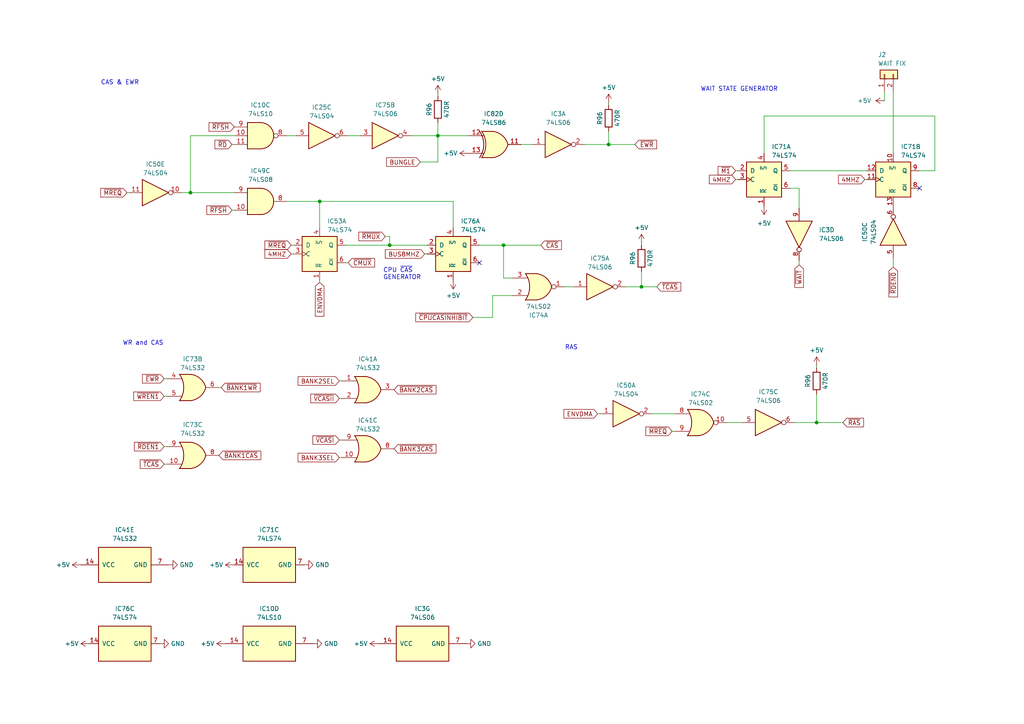
<source format=kicad_sch>
(kicad_sch (version 20230121) (generator eeschema)
  (paper "A4")
  (lib_symbols
    (symbol "74xx:74LS02" (pin_names (offset 1.016))
      (property "Reference" "U" (at 0 1.27 0))
      (property "Value" "74LS02" (at 0 -1.27 0))
      (symbol "74LS02_1_1"
        (pin output inverted (at 7.62 0 180) (length 3.81) (name "~") (number "1"))
        (pin input line (at -7.62 2.54 0) (length 4.318) (name "~") (number "2"))
        (pin input line (at -7.62 -2.54 0) (length 4.318) (name "~") (number "3"))
      )
      (symbol "74LS02_1_2"
        (pin output line (at 7.62 0 180) (length 3.81) (name "~") (number "1"))
        (pin input inverted (at -7.62 2.54 0) (length 3.81) (name "~") (number "2"))
        (pin input inverted (at -7.62 -2.54 0) (length 3.81) (name "~") (number "3"))
      )
      (symbol "74LS02_2_1"
        (pin output inverted (at 7.62 0 180) (length 3.81) (name "~") (number "4"))
        (pin input line (at -7.62 2.54 0) (length 4.318) (name "~") (number "5"))
        (pin input line (at -7.62 -2.54 0) (length 4.318) (name "~") (number "6"))
      )
      (symbol "74LS02_2_2"
        (pin output line (at 7.62 0 180) (length 3.81) (name "~") (number "4"))
        (pin input inverted (at -7.62 2.54 0) (length 3.81) (name "~") (number "5"))
        (pin input inverted (at -7.62 -2.54 0) (length 3.81) (name "~") (number "6"))
      )
      (symbol "74LS02_3_1"
        (pin output inverted (at 7.62 0 180) (length 3.81) (name "~") (number "10"))
        (pin input line (at -7.62 2.54 0) (length 4.318) (name "~") (number "8"))
        (pin input line (at -7.62 -2.54 0) (length 4.318) (name "~") (number "9"))
      )
      (symbol "74LS02_3_2"
        (pin output line (at 7.62 0 180) (length 3.81) (name "~") (number "10"))
        (pin input inverted (at -7.62 2.54 0) (length 3.81) (name "~") (number "8"))
        (pin input inverted (at -7.62 -2.54 0) (length 3.81) (name "~") (number "9"))
      )
      (symbol "74LS02_4_1"
        (pin input line (at -7.62 2.54 0) (length 4.318) (name "~") (number "11"))
        (pin input line (at -7.62 -2.54 0) (length 4.318) (name "~") (number "12"))
        (pin output inverted (at 7.62 0 180) (length 3.81) (name "~") (number "13"))
      )
      (symbol "74LS02_4_2"
        (pin input inverted (at -7.62 2.54 0) (length 3.81) (name "~") (number "11"))
        (pin input inverted (at -7.62 -2.54 0) (length 3.81) (name "~") (number "12"))
        (pin output line (at 7.62 0 180) (length 3.81) (name "~") (number "13"))
      )
      (symbol "74LS02_5_0"
        (pin power_in line (at 0 12.7 270) (length 5.08) (name "VCC") (number "14"))
        (pin power_in line (at 0 -12.7 90) (length 5.08) (name "GND") (number "7"))
      )
    )
    (symbol "74xx:74LS04"
      (property "Reference" "U" (at 0 1.27 0))
      (property "Value" "74LS04" (at 0 -1.27 0))
      (symbol "74LS04_1_0"
        (pin input line (at -7.62 0 0) (length 3.81) (name "~") (number "1"))
        (pin output inverted (at 7.62 0 180) (length 3.81) (name "~") (number "2"))
      )
      (symbol "74LS04_2_0"
        (pin input line (at -7.62 0 0) (length 3.81) (name "~") (number "3"))
        (pin output inverted (at 7.62 0 180) (length 3.81) (name "~") (number "4"))
      )
      (symbol "74LS04_3_0"
        (pin input line (at -7.62 0 0) (length 3.81) (name "~") (number "5"))
        (pin output inverted (at 7.62 0 180) (length 3.81) (name "~") (number "6"))
      )
      (symbol "74LS04_4_0"
        (pin output inverted (at 7.62 0 180) (length 3.81) (name "~") (number "8"))
        (pin input line (at -7.62 0 0) (length 3.81) (name "~") (number "9"))
      )
      (symbol "74LS04_5_0"
        (pin output inverted (at 7.62 0 180) (length 3.81) (name "~") (number "10"))
        (pin input line (at -7.62 0 0) (length 3.81) (name "~") (number "11"))
      )
      (symbol "74LS04_6_0"
        (pin output inverted (at 7.62 0 180) (length 3.81) (name "~") (number "12"))
        (pin input line (at -7.62 0 0) (length 3.81) (name "~") (number "13"))
      )
      (symbol "74LS04_7_0"
        (pin power_in line (at 0 12.7 270) (length 5.08) (name "VCC") (number "14"))
        (pin power_in line (at 0 -12.7 90) (length 5.08) (name "GND") (number "7"))
      )
    )
    (symbol "74xx:74LS06" (pin_names (offset 1.016))
      (property "Reference" "U" (at 0 1.27 0))
      (property "Value" "74LS06" (at 0 -1.27 0))
      (symbol "74LS06_1_0"
        (pin input line (at -7.62 0 0) (length 3.81) (name "~") (number "1"))
        (pin open_collector inverted (at 7.62 0 180) (length 3.81) (name "~") (number "2"))
      )
      (symbol "74LS06_2_0"
        (pin input line (at -7.62 0 0) (length 3.81) (name "~") (number "3"))
        (pin open_collector inverted (at 7.62 0 180) (length 3.81) (name "~") (number "4"))
      )
      (symbol "74LS06_3_0"
        (pin input line (at -7.62 0 0) (length 3.81) (name "~") (number "5"))
        (pin open_collector inverted (at 7.62 0 180) (length 3.81) (name "~") (number "6"))
      )
      (symbol "74LS06_4_0"
        (pin open_collector inverted (at 7.62 0 180) (length 3.81) (name "~") (number "8"))
        (pin input line (at -7.62 0 0) (length 3.81) (name "~") (number "9"))
      )
      (symbol "74LS06_5_0"
        (pin open_collector inverted (at 7.62 0 180) (length 3.81) (name "~") (number "10"))
        (pin input line (at -7.62 0 0) (length 3.81) (name "~") (number "11"))
      )
      (symbol "74LS06_6_0"
        (pin open_collector inverted (at 7.62 0 180) (length 3.81) (name "~") (number "12"))
        (pin input line (at -7.62 0 0) (length 3.81) (name "~") (number "13"))
      )
      (symbol "74LS06_7_0"
        (pin power_in line (at 0 12.7 270) (length 5.08) (name "VCC") (number "14"))
        (pin power_in line (at 0 -12.7 90) (length 5.08) (name "GND") (number "7"))
      )
    )
    (symbol "74xx:74LS08" (pin_names (offset 1.016))
      (property "Reference" "U" (at 0 1.27 0))
      (property "Value" "74LS08" (at 0 -1.27 0))
      (symbol "74LS08_1_1"
        (pin input line (at -7.62 2.54 0) (length 3.81) (name "~") (number "1"))
        (pin input line (at -7.62 -2.54 0) (length 3.81) (name "~") (number "2"))
        (pin output line (at 7.62 0 180) (length 3.81) (name "~") (number "3"))
      )
      (symbol "74LS08_1_2"
        (pin input inverted (at -7.62 2.54 0) (length 4.318) (name "~") (number "1"))
        (pin input inverted (at -7.62 -2.54 0) (length 4.318) (name "~") (number "2"))
        (pin output inverted (at 7.62 0 180) (length 3.81) (name "~") (number "3"))
      )
      (symbol "74LS08_2_1"
        (pin input line (at -7.62 2.54 0) (length 3.81) (name "~") (number "4"))
        (pin input line (at -7.62 -2.54 0) (length 3.81) (name "~") (number "5"))
        (pin output line (at 7.62 0 180) (length 3.81) (name "~") (number "6"))
      )
      (symbol "74LS08_2_2"
        (pin input inverted (at -7.62 2.54 0) (length 4.318) (name "~") (number "4"))
        (pin input inverted (at -7.62 -2.54 0) (length 4.318) (name "~") (number "5"))
        (pin output inverted (at 7.62 0 180) (length 3.81) (name "~") (number "6"))
      )
      (symbol "74LS08_3_1"
        (pin input line (at -7.62 -2.54 0) (length 3.81) (name "~") (number "10"))
        (pin output line (at 7.62 0 180) (length 3.81) (name "~") (number "8"))
        (pin input line (at -7.62 2.54 0) (length 3.81) (name "~") (number "9"))
      )
      (symbol "74LS08_3_2"
        (pin input inverted (at -7.62 -2.54 0) (length 4.318) (name "~") (number "10"))
        (pin output inverted (at 7.62 0 180) (length 3.81) (name "~") (number "8"))
        (pin input inverted (at -7.62 2.54 0) (length 4.318) (name "~") (number "9"))
      )
      (symbol "74LS08_4_1"
        (pin output line (at 7.62 0 180) (length 3.81) (name "~") (number "11"))
        (pin input line (at -7.62 2.54 0) (length 3.81) (name "~") (number "12"))
        (pin input line (at -7.62 -2.54 0) (length 3.81) (name "~") (number "13"))
      )
      (symbol "74LS08_4_2"
        (pin output inverted (at 7.62 0 180) (length 3.81) (name "~") (number "11"))
        (pin input inverted (at -7.62 2.54 0) (length 4.318) (name "~") (number "12"))
        (pin input inverted (at -7.62 -2.54 0) (length 4.318) (name "~") (number "13"))
      )
      (symbol "74LS08_5_0"
        (pin power_in line (at 0 12.7 270) (length 5.08) (name "VCC") (number "14"))
        (pin power_in line (at 0 -12.7 90) (length 5.08) (name "GND") (number "7"))
      )
    )
    (symbol "74xx:74LS10" (pin_names (offset 1.016))
      (property "Reference" "U" (at 0 1.27 0))
      (property "Value" "74LS10" (at 0 -1.27 0))
      (symbol "74LS10_1_1"
        (pin input line (at -7.62 2.54 0) (length 3.81) (name "~") (number "1"))
        (pin output inverted (at 7.62 0 180) (length 3.81) (name "~") (number "12"))
        (pin input line (at -7.62 -2.54 0) (length 3.81) (name "~") (number "13"))
        (pin input line (at -7.62 0 0) (length 3.81) (name "~") (number "2"))
      )
      (symbol "74LS10_1_2"
        (pin input inverted (at -7.62 2.54 0) (length 4.318) (name "~") (number "1"))
        (pin output line (at 7.62 0 180) (length 3.81) (name "~") (number "12"))
        (pin input inverted (at -7.62 -2.54 0) (length 4.318) (name "~") (number "13"))
        (pin input inverted (at -7.62 0 0) (length 4.953) (name "~") (number "2"))
      )
      (symbol "74LS10_2_1"
        (pin input line (at -7.62 2.54 0) (length 3.81) (name "~") (number "3"))
        (pin input line (at -7.62 0 0) (length 3.81) (name "~") (number "4"))
        (pin input line (at -7.62 -2.54 0) (length 3.81) (name "~") (number "5"))
        (pin output inverted (at 7.62 0 180) (length 3.81) (name "~") (number "6"))
      )
      (symbol "74LS10_2_2"
        (pin input inverted (at -7.62 2.54 0) (length 4.318) (name "~") (number "3"))
        (pin input inverted (at -7.62 0 0) (length 4.953) (name "~") (number "4"))
        (pin input inverted (at -7.62 -2.54 0) (length 4.318) (name "~") (number "5"))
        (pin output line (at 7.62 0 180) (length 3.81) (name "~") (number "6"))
      )
      (symbol "74LS10_3_1"
        (pin input line (at -7.62 0 0) (length 3.81) (name "~") (number "10"))
        (pin input line (at -7.62 -2.54 0) (length 3.81) (name "~") (number "11"))
        (pin output inverted (at 7.62 0 180) (length 3.81) (name "~") (number "8"))
        (pin input line (at -7.62 2.54 0) (length 3.81) (name "~") (number "9"))
      )
      (symbol "74LS10_3_2"
        (pin input inverted (at -7.62 0 0) (length 4.953) (name "~") (number "10"))
        (pin input inverted (at -7.62 -2.54 0) (length 4.318) (name "~") (number "11"))
        (pin output line (at 7.62 0 180) (length 3.81) (name "~") (number "8"))
        (pin input inverted (at -7.62 2.54 0) (length 4.318) (name "~") (number "9"))
      )
      (symbol "74LS10_4_0"
        (pin power_in line (at 0 12.7 270) (length 5.08) (name "VCC") (number "14"))
        (pin power_in line (at 0 -12.7 90) (length 5.08) (name "GND") (number "7"))
      )
    )
    (symbol "74xx:74LS32" (pin_names (offset 1.016))
      (property "Reference" "U" (at 0 1.27 0))
      (property "Value" "74LS32" (at 0 -1.27 0))
      (symbol "74LS32_1_1"
        (pin input line (at -7.62 2.54 0) (length 4.318) (name "~") (number "1"))
        (pin input line (at -7.62 -2.54 0) (length 4.318) (name "~") (number "2"))
        (pin output line (at 7.62 0 180) (length 3.81) (name "~") (number "3"))
      )
      (symbol "74LS32_1_2"
        (pin input inverted (at -7.62 2.54 0) (length 3.81) (name "~") (number "1"))
        (pin input inverted (at -7.62 -2.54 0) (length 3.81) (name "~") (number "2"))
        (pin output inverted (at 7.62 0 180) (length 3.81) (name "~") (number "3"))
      )
      (symbol "74LS32_2_1"
        (pin input line (at -7.62 2.54 0) (length 4.318) (name "~") (number "4"))
        (pin input line (at -7.62 -2.54 0) (length 4.318) (name "~") (number "5"))
        (pin output line (at 7.62 0 180) (length 3.81) (name "~") (number "6"))
      )
      (symbol "74LS32_2_2"
        (pin input inverted (at -7.62 2.54 0) (length 3.81) (name "~") (number "4"))
        (pin input inverted (at -7.62 -2.54 0) (length 3.81) (name "~") (number "5"))
        (pin output inverted (at 7.62 0 180) (length 3.81) (name "~") (number "6"))
      )
      (symbol "74LS32_3_1"
        (pin input line (at -7.62 -2.54 0) (length 4.318) (name "~") (number "10"))
        (pin output line (at 7.62 0 180) (length 3.81) (name "~") (number "8"))
        (pin input line (at -7.62 2.54 0) (length 4.318) (name "~") (number "9"))
      )
      (symbol "74LS32_3_2"
        (pin input inverted (at -7.62 -2.54 0) (length 3.81) (name "~") (number "10"))
        (pin output inverted (at 7.62 0 180) (length 3.81) (name "~") (number "8"))
        (pin input inverted (at -7.62 2.54 0) (length 3.81) (name "~") (number "9"))
      )
      (symbol "74LS32_4_1"
        (pin output line (at 7.62 0 180) (length 3.81) (name "~") (number "11"))
        (pin input line (at -7.62 2.54 0) (length 4.318) (name "~") (number "12"))
        (pin input line (at -7.62 -2.54 0) (length 4.318) (name "~") (number "13"))
      )
      (symbol "74LS32_4_2"
        (pin output inverted (at 7.62 0 180) (length 3.81) (name "~") (number "11"))
        (pin input inverted (at -7.62 2.54 0) (length 3.81) (name "~") (number "12"))
        (pin input inverted (at -7.62 -2.54 0) (length 3.81) (name "~") (number "13"))
      )
      (symbol "74LS32_5_0"
        (pin power_in line (at 0 12.7 270) (length 5.08) (name "VCC") (number "14"))
        (pin power_in line (at 0 -12.7 90) (length 5.08) (name "GND") (number "7"))
      )
    )
    (symbol "74xx:74LS74" (pin_names (offset 1.016))
      (property "Reference" "U" (at -7.62 8.89 0))
      (property "Value" "74LS74" (at -7.62 -8.89 0))
      (symbol "74LS74_1_0"
        (pin input line (at 0 -7.62 90) (length 2.54) (name "~{R}") (number "1"))
        (pin input line (at -7.62 2.54 0) (length 2.54) (name "D") (number "2"))
        (pin input clock (at -7.62 0 0) (length 2.54) (name "C") (number "3"))
        (pin input line (at 0 7.62 270) (length 2.54) (name "~{S}") (number "4"))
        (pin output line (at 7.62 2.54 180) (length 2.54) (name "Q") (number "5"))
        (pin output line (at 7.62 -2.54 180) (length 2.54) (name "~{Q}") (number "6"))
      )
      (symbol "74LS74_2_0"
        (pin input line (at 0 7.62 270) (length 2.54) (name "~{S}") (number "10"))
        (pin input clock (at -7.62 0 0) (length 2.54) (name "C") (number "11"))
        (pin input line (at -7.62 2.54 0) (length 2.54) (name "D") (number "12"))
        (pin input line (at 0 -7.62 90) (length 2.54) (name "~{R}") (number "13"))
        (pin output line (at 7.62 -2.54 180) (length 2.54) (name "~{Q}") (number "8"))
        (pin output line (at 7.62 2.54 180) (length 2.54) (name "Q") (number "9"))
      )
      (symbol "74LS74_3_0"
        (pin power_in line (at 0 10.16 270) (length 2.54) (name "VCC") (number "14"))
        (pin power_in line (at 0 -10.16 90) (length 2.54) (name "GND") (number "7"))
      )
    )
    (symbol "74xx:74LS86" (pin_names (offset 1.016))
      (property "Reference" "U" (at 0 1.27 0))
      (property "Value" "74LS86" (at 0 -1.27 0))
      (symbol "74LS86_1_0"
        (pin input line (at -7.62 2.54 0) (length 4.445) (name "~") (number "1"))
        (pin input line (at -7.62 -2.54 0) (length 4.445) (name "~") (number "2"))
        (pin output line (at 7.62 0 180) (length 3.81) (name "~") (number "3"))
      )
      (symbol "74LS86_2_0"
        (pin input line (at -7.62 2.54 0) (length 4.445) (name "~") (number "4"))
        (pin input line (at -7.62 -2.54 0) (length 4.445) (name "~") (number "5"))
        (pin output line (at 7.62 0 180) (length 3.81) (name "~") (number "6"))
      )
      (symbol "74LS86_3_0"
        (pin input line (at -7.62 -2.54 0) (length 4.445) (name "~") (number "10"))
        (pin output line (at 7.62 0 180) (length 3.81) (name "~") (number "8"))
        (pin input line (at -7.62 2.54 0) (length 4.445) (name "~") (number "9"))
      )
      (symbol "74LS86_4_0"
        (pin output line (at 7.62 0 180) (length 3.81) (name "~") (number "11"))
        (pin input line (at -7.62 2.54 0) (length 4.445) (name "~") (number "12"))
        (pin input line (at -7.62 -2.54 0) (length 4.445) (name "~") (number "13"))
      )
      (symbol "74LS86_5_0"
        (pin power_in line (at 0 12.7 270) (length 5.08) (name "VCC") (number "14"))
        (pin power_in line (at 0 -12.7 90) (length 5.08) (name "GND") (number "7"))
      )
    )
    (symbol "Connector_Generic:Conn_01x02" (pin_names (offset 1.016) hide)
      (property "Reference" "J" (at 0 2.54 0))
      (property "Value" "Conn_01x02" (at 0 -5.08 0))
      (symbol "Conn_01x02_1_1"
        (pin passive line (at -5.08 0 0) (length 3.81) (name "Pin_1") (number "1"))
        (pin passive line (at -5.08 -2.54 0) (length 3.81) (name "Pin_2") (number "2"))
      )
    )
    (symbol "Device:R" (pin_numbers hide) (pin_names (offset 0))
      (property "Reference" "R" (at 2.032 0 90))
      (property "Value" "R" (at 0 0 90))
      (symbol "R_1_1"
        (pin passive line (at 0 3.81 270) (length 1.27) (name "~") (number "1"))
        (pin passive line (at 0 -3.81 90) (length 1.27) (name "~") (number "2"))
      )
    )
    (symbol "power:+5V" (power) (pin_names (offset 0))
      (property "Value" "+5V" (at 0 3.556 0))
      (symbol "+5V_1_1"
        (pin power_in line (at 0 0 90) (length 0) hide (name "+5V") (number "1"))
      )
    )
    (symbol "power:GND" (power) (pin_names (offset 0))
      (property "Value" "GND" (at 0 -3.81 0))
      (symbol "GND_1_1"
        (pin power_in line (at 0 0 270) (length 0) hide (name "GND") (number "1"))
      )
    )
  )
  (junction (at 127 39.37))
  (junction (at 113.03 71.12))
  (junction (at 176.53 41.91))
  (junction (at 186.055 83.185))
  (junction (at 146.05 71.12))
  (junction (at 55.245 55.88))
  (junction (at 236.855 122.555))
  (junction (at 92.71 58.42))
  (no_connect (at 139.065 76.2))
  (no_connect (at 266.7 54.61))
  (wire (pts (xy 256.54 26.67) (xy 256.54 29.21)))
  (wire (pts (xy 271.145 33.655) (xy 221.615 33.655)))
  (wire (pts (xy 210.82 122.555) (xy 215.265 122.555)))
  (wire (pts (xy 231.775 76.835) (xy 231.775 75.565)))
  (wire (pts (xy 146.05 71.12) (xy 146.05 80.645)))
  (wire (pts (xy 67.31 60.96) (xy 67.945 60.96)))
  (wire (pts (xy 142.875 92.075) (xy 142.875 85.725)))
  (wire (pts (xy 166.37 83.185) (xy 163.83 83.185)))
  (wire (pts (xy 230.505 122.555) (xy 236.855 122.555)))
  (wire (pts (xy 259.08 77.47) (xy 259.08 74.93)))
  (wire (pts (xy 98.425 132.715) (xy 99.06 132.715)))
  (wire (pts (xy 83.185 58.42) (xy 92.71 58.42)))
  (wire (pts (xy 92.71 66.04) (xy 92.71 58.42)))
  (wire (pts (xy 250.825 52.07) (xy 251.46 52.07)))
  (wire (pts (xy 259.08 26.67) (xy 259.08 44.45)))
  (wire (pts (xy 231.775 54.61) (xy 231.775 60.325)))
  (wire (pts (xy 127 46.99) (xy 127 39.37)))
  (wire (pts (xy 271.145 49.53) (xy 271.145 33.655)))
  (wire (pts (xy 84.455 73.66) (xy 85.09 73.66)))
  (wire (pts (xy 36.83 55.88) (xy 37.465 55.88)))
  (wire (pts (xy 173.355 120.015) (xy 173.99 120.015)))
  (wire (pts (xy 221.615 33.655) (xy 221.615 44.45)))
  (wire (pts (xy 176.53 29.845) (xy 176.53 30.48)))
  (wire (pts (xy 47.625 129.54) (xy 48.26 129.54)))
  (wire (pts (xy 148.59 80.645) (xy 146.05 80.645)))
  (wire (pts (xy 111.76 68.58) (xy 113.03 68.58)))
  (wire (pts (xy 146.05 71.12) (xy 156.845 71.12)))
  (wire (pts (xy 194.945 125.095) (xy 195.58 125.095)))
  (wire (pts (xy 236.855 114.3) (xy 236.855 122.555)))
  (wire (pts (xy 213.36 49.53) (xy 213.995 49.53)))
  (wire (pts (xy 131.445 58.42) (xy 131.445 66.04)))
  (wire (pts (xy 236.855 122.555) (xy 244.475 122.555)))
  (wire (pts (xy 100.965 76.2) (xy 100.33 76.2)))
  (wire (pts (xy 47.625 134.62) (xy 48.26 134.62)))
  (wire (pts (xy 92.71 58.42) (xy 131.445 58.42)))
  (wire (pts (xy 67.945 39.37) (xy 55.245 39.37)))
  (wire (pts (xy 229.235 49.53) (xy 251.46 49.53)))
  (wire (pts (xy 67.31 41.91) (xy 67.945 41.91)))
  (wire (pts (xy 92.71 81.915) (xy 92.71 81.28)))
  (wire (pts (xy 137.16 92.075) (xy 142.875 92.075)))
  (wire (pts (xy 229.235 54.61) (xy 231.775 54.61)))
  (wire (pts (xy 113.03 68.58) (xy 113.03 71.12)))
  (wire (pts (xy 142.875 85.725) (xy 148.59 85.725)))
  (wire (pts (xy 55.245 39.37) (xy 55.245 55.88)))
  (wire (pts (xy 100.33 71.12) (xy 113.03 71.12)))
  (wire (pts (xy 176.53 38.1) (xy 176.53 41.91)))
  (wire (pts (xy 186.055 78.74) (xy 186.055 83.185)))
  (wire (pts (xy 84.455 71.12) (xy 85.09 71.12)))
  (wire (pts (xy 181.61 83.185) (xy 186.055 83.185)))
  (wire (pts (xy 176.53 41.91) (xy 169.545 41.91)))
  (wire (pts (xy 213.36 52.07) (xy 213.995 52.07)))
  (wire (pts (xy 154.305 41.91) (xy 151.13 41.91)))
  (wire (pts (xy 186.055 83.185) (xy 190.5 83.185)))
  (wire (pts (xy 127 27.305) (xy 127 27.94)))
  (wire (pts (xy 113.03 71.12) (xy 123.825 71.12)))
  (wire (pts (xy 55.245 55.88) (xy 67.945 55.88)))
  (wire (pts (xy 119.38 39.37) (xy 127 39.37)))
  (wire (pts (xy 121.92 46.99) (xy 127 46.99)))
  (wire (pts (xy 85.725 39.37) (xy 83.185 39.37)))
  (wire (pts (xy 48.26 109.855) (xy 47.625 109.855)))
  (wire (pts (xy 98.425 110.49) (xy 99.06 110.49)))
  (wire (pts (xy 266.7 49.53) (xy 271.145 49.53)))
  (wire (pts (xy 127 39.37) (xy 127 35.56)))
  (wire (pts (xy 52.705 55.88) (xy 55.245 55.88)))
  (wire (pts (xy 189.23 120.015) (xy 195.58 120.015)))
  (wire (pts (xy 186.055 70.485) (xy 186.055 71.12)))
  (wire (pts (xy 127 39.37) (xy 135.89 39.37)))
  (wire (pts (xy 104.14 39.37) (xy 100.965 39.37)))
  (wire (pts (xy 123.19 73.66) (xy 123.825 73.66)))
  (wire (pts (xy 184.15 41.91) (xy 176.53 41.91)))
  (wire (pts (xy 64.135 112.395) (xy 63.5 112.395)))
  (wire (pts (xy 236.855 106.045) (xy 236.855 106.68)))
  (wire (pts (xy 98.425 115.57) (xy 99.06 115.57)))
  (wire (pts (xy 139.065 71.12) (xy 146.05 71.12)))
  (wire (pts (xy 98.425 127.635) (xy 99.06 127.635)))
  (wire (pts (xy 47.625 114.935) (xy 48.26 114.935)))
  (text "WR and CAS\n" (at 35.56 100.33 0) (effects (font (size 1.27 1.27)) (justify left bottom)))
  (text "CAS & EWR" (at 29.21 24.765 0) (effects (font (size 1.27 1.27)) (justify left bottom)))
  (text "WAIT STATE GENERATOR" (at 203.2 26.67 0) (effects (font (size 1.27 1.27)) (justify left bottom)))
  (text "RAS" (at 163.83 101.6 0) (effects (font (size 1.27 1.27)) (justify left bottom)))
  (text "CPU ~{CAS}\nGENERATOR" (at 111.125 81.28 0) (effects (font (size 1.27 1.27)) (justify left bottom)))
  (global_label "BUS8MHZ" (shape input) (at 123.19 73.66 180) (property "Intersheetrefs" "${INTERSHEET_REFS}" (effects hide)))
  (global_label "~{RDEN0}" (shape input) (at 259.08 77.47 270) (property "Intersheetrefs" "${INTERSHEET_REFS}" (effects hide)))
  (global_label "~{RFSH}" (shape input) (at 67.945 36.83 180) (property "Intersheetrefs" "${INTERSHEET_REFS}" (effects hide)))
  (global_label "~{M1}" (shape input) (at 213.36 49.53 180) (property "Intersheetrefs" "${INTERSHEET_REFS}" (effects hide)))
  (global_label "ENVDMA" (shape input) (at 173.355 120.015 180) (property "Intersheetrefs" "${INTERSHEET_REFS}" (effects hide)))
  (global_label "~{TCAS}" (shape input) (at 190.5 83.185 0) (property "Intersheetrefs" "${INTERSHEET_REFS}" (effects hide)))
  (global_label "~{RFSH}" (shape input) (at 67.31 60.96 180) (property "Intersheetrefs" "${INTERSHEET_REFS}" (effects hide)))
  (global_label "~{BANK2CAS}" (shape input) (at 114.3 113.03 0) (property "Intersheetrefs" "${INTERSHEET_REFS}" (effects hide)))
  (global_label "~{EWR}" (shape input) (at 47.625 109.855 180) (property "Intersheetrefs" "${INTERSHEET_REFS}" (effects hide)))
  (global_label "~{TCAS}" (shape input) (at 47.625 134.62 180) (property "Intersheetrefs" "${INTERSHEET_REFS}" (effects hide)))
  (global_label "ENVDMA" (shape input) (at 92.71 81.915 270) (property "Intersheetrefs" "${INTERSHEET_REFS}" (effects hide)))
  (global_label "~{BANK1WR}" (shape input) (at 64.135 112.395 0) (property "Intersheetrefs" "${INTERSHEET_REFS}" (effects hide)))
  (global_label "~{CPUCASINHIBIT}" (shape input) (at 137.16 92.075 180) (property "Intersheetrefs" "${INTERSHEET_REFS}" (effects hide)))
  (global_label "4MHZ" (shape input) (at 250.825 52.07 180) (property "Intersheetrefs" "${INTERSHEET_REFS}" (effects hide)))
  (global_label "~{CAS}" (shape input) (at 156.845 71.12 0) (property "Intersheetrefs" "${INTERSHEET_REFS}" (effects hide)))
  (global_label "~{WAIT}" (shape input) (at 231.775 76.835 270) (property "Intersheetrefs" "${INTERSHEET_REFS}" (effects hide)))
  (global_label "~{RMUX}" (shape input) (at 111.76 68.58 180) (property "Intersheetrefs" "${INTERSHEET_REFS}" (effects hide)))
  (global_label "4MHZ" (shape input) (at 84.455 73.66 180) (property "Intersheetrefs" "${INTERSHEET_REFS}" (effects hide)))
  (global_label "BANK3SEL" (shape input) (at 98.425 132.715 180) (property "Intersheetrefs" "${INTERSHEET_REFS}" (effects hide)))
  (global_label "~{CMUX}" (shape input) (at 100.965 76.2 0) (property "Intersheetrefs" "${INTERSHEET_REFS}" (effects hide)))
  (global_label "~{MREQ}" (shape input) (at 36.83 55.88 180) (property "Intersheetrefs" "${INTERSHEET_REFS}" (effects hide)))
  (global_label "~{MREQ}" (shape input) (at 194.945 125.095 180) (property "Intersheetrefs" "${INTERSHEET_REFS}" (effects hide)))
  (global_label "BANK2SEL" (shape input) (at 98.425 110.49 180) (property "Intersheetrefs" "${INTERSHEET_REFS}" (effects hide)))
  (global_label "BUNGLE" (shape input) (at 121.92 46.99 180) (property "Intersheetrefs" "${INTERSHEET_REFS}" (effects hide)))
  (global_label "~{RDEN1}" (shape input) (at 47.625 129.54 180) (property "Intersheetrefs" "${INTERSHEET_REFS}" (effects hide)))
  (global_label "4MHZ" (shape input) (at 213.36 52.07 180) (property "Intersheetrefs" "${INTERSHEET_REFS}" (effects hide)))
  (global_label "~{VCASI}" (shape input) (at 98.425 127.635 180) (property "Intersheetrefs" "${INTERSHEET_REFS}" (effects hide)))
  (global_label "~{MREQ}" (shape input) (at 84.455 71.12 180) (property "Intersheetrefs" "${INTERSHEET_REFS}" (effects hide)))
  (global_label "~{RAS}" (shape input) (at 244.475 122.555 0) (property "Intersheetrefs" "${INTERSHEET_REFS}" (effects hide)))
  (global_label "~{RD}" (shape input) (at 67.31 41.91 180) (property "Intersheetrefs" "${INTERSHEET_REFS}" (effects hide)))
  (global_label "~{EWR}" (shape input) (at 184.15 41.91 0) (property "Intersheetrefs" "${INTERSHEET_REFS}" (effects hide)))
  (global_label "~{WREN1}" (shape input) (at 47.625 114.935 180) (property "Intersheetrefs" "${INTERSHEET_REFS}" (effects hide)))
  (global_label "~{BANK1CAS}" (shape input) (at 63.5 132.08 0) (property "Intersheetrefs" "${INTERSHEET_REFS}" (effects hide)))
  (global_label "~{VCASII}" (shape input) (at 98.425 115.57 180) (property "Intersheetrefs" "${INTERSHEET_REFS}" (effects hide)))
  (global_label "~{BANK3CAS}" (shape input) (at 114.3 130.175 0) (property "Intersheetrefs" "${INTERSHEET_REFS}" (effects hide)))
  (symbol (lib_id "74xx:74LS32") (at 55.88 112.395 0) (unit 2)
    (property "Reference" "IC73" (at 55.88 104.14 0))
    (property "Value" "74LS32" (at 55.88 106.68 0))
    (property "Footprint" "96K-Lynx:DIP-14_W7.62mm" (effects hide))
    (property "Datasheet" "http://www.ti.com/lit/gpn/sn74LS32" (effects hide))
  )
  (symbol (lib_id "power:+5V") (at 186.055 70.485 0) (unit 1)
    (property "Reference" "#PWR069" (effects hide))
    (property "Value" "+5V" (at 186.055 66.04 0))
    (instances (project "lynx96" (path "" (reference "#PWR069") (unit 1)) (path "" (reference "#PWR0124") (unit 1))) (project "lynx128" (path "" (reference "#PWR015") (unit 1)) (path "" (reference "#PWR084") (unit 1))))
  )
  (symbol (lib_id "74xx:74LS02") (at 156.21 83.185 0) (mirror x) (unit 1)
    (property "Reference" "IC74" (at 156.21 91.44 0))
    (property "Value" "74LS02" (at 156.21 88.9 0))
    (property "Footprint" "96K-Lynx:DIP-14_W7.62mm" (effects hide))
    (property "Datasheet" "http://www.ti.com/lit/gpn/sn74ls02" (effects hide))
  )
  (symbol (lib_id "74xx:74LS04") (at 45.085 55.88 0) (unit 5)
    (property "Reference" "IC50" (at 45.085 47.625 0))
    (property "Value" "74LS04" (at 45.085 50.165 0))
    (property "Footprint" "96K-Lynx:DIP-14_W7.62mm" (effects hide))
    (property "Datasheet" "http://www.ti.com/lit/gpn/sn74LS04" (effects hide))
  )
  (symbol (lib_id "74xx:74LS06") (at 231.775 67.945 270) (unit 4)
    (property "Reference" "IC3" (at 237.49 66.675 90) (effects (justify left)))
    (property "Value" "74LS06" (at 237.49 69.215 90) (effects (justify left)))
    (property "Footprint" "96K-Lynx:DIP-14_W7.62mm" (effects hide))
    (property "Datasheet" "http://www.ti.com/lit/gpn/sn74LS06" (effects hide))
  )
  (symbol (lib_id "Device:R") (at 176.53 34.29 180) (unit 1)
    (property "Reference" "R96" (at 173.99 34.29 90))
    (property "Value" "470R" (at 179.07 34.29 90))
    (property "Footprint" "96K-Lynx:Resistor 3.81mm" (effects hide))
    (instances (project "lynx96" (path "" (reference "R96") (unit 1)) (path "" (reference "R53") (unit 1)) (path "" (reference "R20") (unit 1)) (path "" (reference "R69") (unit 1))) (project "lynx128" (path "" (reference "R60") (unit 1))))
  )
  (symbol (lib_id "Connector_Generic:Conn_01x02") (at 256.54 21.59 90) (unit 1)
    (property "Reference" "J2" (at 254.635 15.875 90) (effects (justify right)))
    (property "Value" "WAIT FIX" (at 254.635 18.415 90) (effects (justify right)))
    (property "Footprint" "96K-Lynx:Jumper" (effects hide))
    (instances (project "lynx96" (path "" (reference "J2") (unit 1))) (project "TRS80IUS" (path "" (reference "J64") (unit 1))))
  )
  (symbol (lib_id "74xx:74LS04") (at 181.61 120.015 0) (unit 1)
    (property "Reference" "IC50" (at 181.61 111.76 0))
    (property "Value" "74LS04" (at 181.61 114.3 0))
    (property "Footprint" "96K-Lynx:DIP-14_W7.62mm" (effects hide))
    (property "Datasheet" "http://www.ti.com/lit/gpn/sn74LS04" (effects hide))
  )
  (symbol (lib_id "74xx:74LS32") (at 36.195 163.83 90) (unit 5)
    (property "Reference" "IC41" (at 36.195 153.67 90))
    (property "Value" "74LS32" (at 36.195 156.21 90))
    (property "Footprint" "96K-Lynx:DIP-14_W7.62mm" (effects hide))
    (property "Datasheet" "http://www.ti.com/lit/gpn/sn74LS32" (effects hide))
  )
  (symbol (lib_id "74xx:74LS04") (at 259.08 67.31 90) (unit 3)
    (property "Reference" "IC50" (at 250.825 67.31 0))
    (property "Value" "74LS04" (at 253.365 67.31 0))
    (property "Footprint" "96K-Lynx:DIP-14_W7.62mm" (effects hide))
    (property "Datasheet" "http://www.ti.com/lit/gpn/sn74LS04" (effects hide))
  )
  (symbol (lib_id "power:GND") (at 90.805 186.69 90) (unit 1)
    (property "Reference" "#PWR049" (effects hide))
    (property "Value" "GND" (at 93.98 186.69 90) (effects (justify right)))
    (instances (project "lynx96" (path "" (reference "#PWR049") (unit 1)) (path "" (reference "#PWR042") (unit 1)) (path "" (reference "#PWR0118") (unit 1))) (project "lynx128" (path "" (reference "#PWR029") (unit 1))))
  )
  (symbol (lib_id "power:GND") (at 88.265 163.83 90) (unit 1)
    (property "Reference" "#PWR049" (effects hide))
    (property "Value" "GND" (at 91.44 163.83 90) (effects (justify right)))
    (instances (project "lynx96" (path "" (reference "#PWR049") (unit 1)) (path "" (reference "#PWR042") (unit 1)) (path "" (reference "#PWR0133") (unit 1))) (project "lynx128" (path "" (reference "#PWR029") (unit 1))))
  )
  (symbol (lib_id "74xx:74LS04") (at 93.345 39.37 0) (unit 3)
    (property "Reference" "IC25" (at 93.345 31.115 0))
    (property "Value" "74LS04" (at 93.345 33.655 0))
    (property "Footprint" "96K-Lynx:DIP-14_W7.62mm" (effects hide))
    (property "Datasheet" "http://www.ti.com/lit/gpn/sn74LS04" (effects hide))
  )
  (symbol (lib_id "power:GND") (at 135.255 186.69 90) (unit 1)
    (property "Reference" "#PWR049" (effects hide))
    (property "Value" "GND" (at 138.43 186.69 90) (effects (justify right)))
    (instances (project "lynx96" (path "" (reference "#PWR049") (unit 1)) (path "" (reference "#PWR042") (unit 1)) (path "" (reference "#PWR0122") (unit 1))) (project "lynx128" (path "" (reference "#PWR029") (unit 1))))
  )
  (symbol (lib_id "74xx:74LS74") (at 259.08 52.07 0) (unit 2)
    (property "Reference" "IC71" (at 261.2741 42.545 0) (effects (justify left)))
    (property "Value" "74LS74" (at 261.2741 45.085 0) (effects (justify left)))
    (property "Footprint" "96K-Lynx:DIP-14_W7.62mm" (effects hide))
    (property "Datasheet" "74xx/74hc_hct74.pdf" (effects hide))
  )
  (symbol (lib_id "power:+5V") (at 176.53 29.845 0) (unit 1)
    (property "Reference" "#PWR069" (effects hide))
    (property "Value" "+5V" (at 176.53 25.4 0))
    (instances (project "lynx96" (path "" (reference "#PWR069") (unit 1)) (path "" (reference "#PWR0126") (unit 1)) (path "" (reference "#PWR0125") (unit 1))) (project "lynx128" (path "" (reference "#PWR015") (unit 1)) (path "" (reference "#PWR084") (unit 1))))
  )
  (symbol (lib_id "power:+5V") (at 256.54 29.21 90) (unit 1)
    (property "Reference" "#PWR069" (effects hide))
    (property "Value" "+5V" (at 252.73 29.21 90) (effects (justify left)))
    (instances (project "lynx96" (path "" (reference "#PWR069") (unit 1)) (path "" (reference "#PWR0301") (unit 1)) (path "" (reference "#PWR0125") (unit 1))) (project "lynx128" (path "" (reference "#PWR015") (unit 1)) (path "" (reference "#PWR084") (unit 1))))
  )
  (symbol (lib_id "74xx:74LS10") (at 78.105 186.69 90) (unit 4)
    (property "Reference" "IC10" (at 78.105 176.53 90))
    (property "Value" "74LS10" (at 78.105 179.07 90))
    (property "Footprint" "96K-Lynx:DIP-14_W7.62mm" (effects hide))
    (property "Datasheet" "http://www.ti.com/lit/gpn/sn74LS10" (effects hide))
  )
  (symbol (lib_id "74xx:74LS74") (at 36.195 186.69 90) (unit 3)
    (property "Reference" "IC76" (at 36.195 176.53 90))
    (property "Value" "74LS74" (at 36.195 179.07 90))
    (property "Footprint" "96K-Lynx:DIP-14_W7.62mm" (effects hide))
    (property "Datasheet" "74xx/74hc_hct74.pdf" (effects hide))
  )
  (symbol (lib_id "74xx:74LS32") (at 106.68 113.03 0) (unit 1)
    (property "Reference" "IC41" (at 106.68 104.14 0))
    (property "Value" "74LS32" (at 106.68 106.68 0))
    (property "Footprint" "96K-Lynx:DIP-14_W7.62mm" (effects hide))
    (property "Datasheet" "http://www.ti.com/lit/gpn/sn74LS32" (effects hide))
  )
  (symbol (lib_id "power:+5V") (at 67.945 163.83 90) (unit 1)
    (property "Reference" "#PWR048" (effects hide))
    (property "Value" "+5V" (at 64.77 163.83 90) (effects (justify left)))
    (instances (project "lynx96" (path "" (reference "#PWR048") (unit 1)) (path "" (reference "#PWR041") (unit 1)) (path "" (reference "#PWR0134") (unit 1))) (project "lynx128" (path "" (reference "#PWR028") (unit 1))))
  )
  (symbol (lib_id "74xx:74LS06") (at 161.925 41.91 0) (unit 1)
    (property "Reference" "IC3" (at 161.925 33.02 0))
    (property "Value" "74LS06" (at 161.925 35.56 0))
    (property "Footprint" "96K-Lynx:DIP-14_W7.62mm" (effects hide))
    (property "Datasheet" "http://www.ti.com/lit/gpn/sn74LS06" (effects hide))
  )
  (symbol (lib_id "Device:R") (at 186.055 74.93 180) (unit 1)
    (property "Reference" "R96" (at 183.515 74.93 90))
    (property "Value" "470R" (at 188.595 74.93 90))
    (property "Footprint" "96K-Lynx:Resistor 5.08mm" (effects hide))
    (instances (project "lynx96" (path "" (reference "R96") (unit 1)) (path "" (reference "R53") (unit 1)) (path "" (reference "R56") (unit 1))) (project "lynx128" (path "" (reference "R60") (unit 1))))
  )
  (symbol (lib_id "power:+5V") (at 127 27.305 0) (unit 1)
    (property "Reference" "#PWR069" (effects hide))
    (property "Value" "+5V" (at 127 22.86 0))
    (instances (project "lynx96" (path "" (reference "#PWR069") (unit 1)) (path "" (reference "#PWR0120") (unit 1))) (project "lynx128" (path "" (reference "#PWR015") (unit 1)) (path "" (reference "#PWR084") (unit 1))))
  )
  (symbol (lib_id "power:+5V") (at 26.035 186.69 90) (unit 1)
    (property "Reference" "#PWR048" (effects hide))
    (property "Value" "+5V" (at 22.86 186.69 90) (effects (justify left)))
    (instances (project "lynx96" (path "" (reference "#PWR048") (unit 1)) (path "" (reference "#PWR041") (unit 1)) (path "" (reference "#PWR0115") (unit 1))) (project "lynx128" (path "" (reference "#PWR028") (unit 1))))
  )
  (symbol (lib_id "74xx:74LS06") (at 173.99 83.185 0) (unit 1)
    (property "Reference" "IC75" (at 173.99 74.93 0))
    (property "Value" "74LS06" (at 173.99 77.47 0))
    (property "Footprint" "96K-Lynx:DIP-14_W7.62mm" (effects hide))
    (property "Datasheet" "http://www.ti.com/lit/gpn/sn74LS06" (effects hide))
  )
  (symbol (lib_id "power:+5V") (at 65.405 186.69 90) (unit 1)
    (property "Reference" "#PWR048" (effects hide))
    (property "Value" "+5V" (at 62.23 186.69 90) (effects (justify left)))
    (instances (project "lynx96" (path "" (reference "#PWR048") (unit 1)) (path "" (reference "#PWR041") (unit 1)) (path "" (reference "#PWR0119") (unit 1))) (project "lynx128" (path "" (reference "#PWR028") (unit 1))))
  )
  (symbol (lib_id "74xx:74LS08") (at 75.565 58.42 0) (unit 3)
    (property "Reference" "IC49" (at 75.5567 49.53 0))
    (property "Value" "74LS08" (at 75.5567 52.07 0))
    (property "Footprint" "96K-Lynx:DIP-14_W7.62mm" (effects hide))
    (property "Datasheet" "http://www.ti.com/lit/gpn/sn74LS08" (effects hide))
  )
  (symbol (lib_id "Device:R") (at 127 31.75 180) (unit 1)
    (property "Reference" "R96" (at 124.46 31.75 90))
    (property "Value" "470R" (at 129.54 31.75 90))
    (property "Footprint" "96K-Lynx:Resistor 10.16mm" (effects hide))
    (instances (project "lynx96" (path "" (reference "R96") (unit 1)) (path "" (reference "R53") (unit 1)) (path "" (reference "R89") (unit 1))) (project "lynx128" (path "" (reference "R60") (unit 1))))
  )
  (symbol (lib_id "74xx:74LS32") (at 55.88 132.08 0) (unit 3)
    (property "Reference" "IC73" (at 55.88 123.19 0))
    (property "Value" "74LS32" (at 55.88 125.73 0))
    (property "Footprint" "96K-Lynx:DIP-14_W7.62mm" (effects hide))
    (property "Datasheet" "http://www.ti.com/lit/gpn/sn74LS32" (effects hide))
  )
  (symbol (lib_id "74xx:74LS74") (at 78.105 163.83 90) (unit 3)
    (property "Reference" "IC71" (at 78.105 153.67 90))
    (property "Value" "74LS74" (at 78.105 156.21 90))
    (property "Footprint" "96K-Lynx:DIP-14_W7.62mm" (effects hide))
    (property "Datasheet" "74xx/74hc_hct74.pdf" (effects hide))
  )
  (symbol (lib_id "power:GND") (at 46.355 186.69 90) (unit 1)
    (property "Reference" "#PWR049" (effects hide))
    (property "Value" "GND" (at 49.53 186.69 90) (effects (justify right)))
    (instances (project "lynx96" (path "" (reference "#PWR049") (unit 1)) (path "" (reference "#PWR042") (unit 1)) (path "" (reference "#PWR0116") (unit 1))) (project "lynx128" (path "" (reference "#PWR029") (unit 1))))
  )
  (symbol (lib_id "power:GND") (at 48.895 163.83 90) (unit 1)
    (property "Reference" "#PWR049" (effects hide))
    (property "Value" "GND" (at 52.07 163.83 90) (effects (justify right)))
    (instances (project "lynx96" (path "" (reference "#PWR049") (unit 1)) (path "" (reference "#PWR042") (unit 1)) (path "" (reference "#PWR0128") (unit 1))) (project "lynx128" (path "" (reference "#PWR029") (unit 1))))
  )
  (symbol (lib_id "power:+5V") (at 221.615 59.69 180) (unit 1)
    (property "Reference" "#PWR069" (effects hide))
    (property "Value" "+5V" (at 221.615 64.77 0))
    (instances (project "lynx96" (path "" (reference "#PWR069") (unit 1)) (path "" (reference "#PWR0136") (unit 1))) (project "lynx128" (path "" (reference "#PWR015") (unit 1)) (path "" (reference "#PWR084") (unit 1))))
  )
  (symbol (lib_id "power:+5V") (at 236.855 106.045 0) (unit 1)
    (property "Reference" "#PWR069" (effects hide))
    (property "Value" "+5V" (at 236.855 101.6 0))
    (instances (project "lynx96" (path "" (reference "#PWR069") (unit 1)) (path "" (reference "#PWR0114") (unit 1))) (project "lynx128" (path "" (reference "#PWR015") (unit 1)) (path "" (reference "#PWR084") (unit 1))))
  )
  (symbol (lib_id "74xx:74LS32") (at 106.68 130.175 0) (unit 3)
    (property "Reference" "IC41" (at 106.68 121.92 0))
    (property "Value" "74LS32" (at 106.68 124.46 0))
    (property "Footprint" "96K-Lynx:DIP-14_W7.62mm" (effects hide))
    (property "Datasheet" "http://www.ti.com/lit/gpn/sn74LS32" (effects hide))
  )
  (symbol (lib_id "74xx:74LS74") (at 131.445 73.66 0) (unit 1)
    (property "Reference" "IC76" (at 133.6391 64.135 0) (effects (justify left)))
    (property "Value" "74LS74" (at 133.6391 66.675 0) (effects (justify left)))
    (property "Footprint" "96K-Lynx:DIP-14_W7.62mm" (effects hide))
    (property "Datasheet" "74xx/74hc_hct74.pdf" (effects hide))
  )
  (symbol (lib_id "74xx:74LS10") (at 75.565 39.37 0) (unit 3)
    (property "Reference" "IC10" (at 75.5567 30.48 0))
    (property "Value" "74LS10" (at 75.5567 33.02 0))
    (property "Footprint" "96K-Lynx:DIP-14_W7.62mm" (effects hide))
    (property "Datasheet" "http://www.ti.com/lit/gpn/sn74LS10" (effects hide))
  )
  (symbol (lib_id "power:+5V") (at 135.89 44.45 90) (unit 1)
    (property "Reference" "#PWR069" (effects hide))
    (property "Value" "+5V" (at 132.715 44.45 90) (effects (justify left)))
    (instances (project "lynx96" (path "" (reference "#PWR069") (unit 1)) (path "" (reference "#PWR0121") (unit 1))) (project "lynx128" (path "" (reference "#PWR015") (unit 1)) (path "" (reference "#PWR084") (unit 1))))
  )
  (symbol (lib_id "Device:R") (at 236.855 110.49 180) (unit 1)
    (property "Reference" "R96" (at 234.315 110.49 90))
    (property "Value" "470R" (at 239.395 110.49 90))
    (property "Footprint" "96K-Lynx:Resistor 4.20mm" (effects hide))
    (instances (project "lynx96" (path "" (reference "R96") (unit 1)) (path "" (reference "R53") (unit 1)) (path "" (reference "R55") (unit 1))) (project "lynx128" (path "" (reference "R60") (unit 1))))
  )
  (symbol (lib_id "74xx:74LS74") (at 92.71 73.66 0) (unit 1)
    (property "Reference" "IC53" (at 94.9041 64.135 0) (effects (justify left)))
    (property "Value" "74LS74" (at 94.9041 66.675 0) (effects (justify left)))
    (property "Footprint" "96K-Lynx:DIP-14_W7.62mm" (effects hide))
    (property "Datasheet" "74xx/74hc_hct74.pdf" (effects hide))
  )
  (symbol (lib_id "power:+5V") (at 23.495 163.83 90) (unit 1)
    (property "Reference" "#PWR048" (effects hide))
    (property "Value" "+5V" (at 20.32 163.83 90) (effects (justify left)))
    (instances (project "lynx96" (path "" (reference "#PWR048") (unit 1)) (path "" (reference "#PWR041") (unit 1)) (path "" (reference "#PWR0127") (unit 1))) (project "lynx128" (path "" (reference "#PWR028") (unit 1))))
  )
  (symbol (lib_id "74xx:74LS74") (at 221.615 52.07 0) (unit 1)
    (property "Reference" "IC71" (at 223.8091 42.545 0) (effects (justify left)))
    (property "Value" "74LS74" (at 223.8091 45.085 0) (effects (justify left)))
    (property "Footprint" "96K-Lynx:DIP-14_W7.62mm" (effects hide))
    (property "Datasheet" "74xx/74hc_hct74.pdf" (effects hide))
  )
  (symbol (lib_id "74xx:74LS02") (at 203.2 122.555 0) (unit 3)
    (property "Reference" "IC74" (at 203.2 114.3 0))
    (property "Value" "74LS02" (at 203.2 116.84 0))
    (property "Footprint" "96K-Lynx:DIP-14_W7.62mm" (effects hide))
    (property "Datasheet" "http://www.ti.com/lit/gpn/sn74ls02" (effects hide))
  )
  (symbol (lib_id "74xx:74LS06") (at 111.76 39.37 0) (unit 2)
    (property "Reference" "IC75" (at 111.76 30.48 0))
    (property "Value" "74LS06" (at 111.76 33.02 0))
    (property "Footprint" "96K-Lynx:DIP-14_W7.62mm" (effects hide))
    (property "Datasheet" "http://www.ti.com/lit/gpn/sn74LS06" (effects hide))
  )
  (symbol (lib_id "74xx:74LS06") (at 122.555 186.69 90) (unit 7)
    (property "Reference" "IC3" (at 122.555 176.53 90))
    (property "Value" "74LS06" (at 122.555 179.07 90))
    (property "Footprint" "96K-Lynx:DIP-14_W7.62mm" (effects hide))
    (property "Datasheet" "http://www.ti.com/lit/gpn/sn74LS06" (effects hide))
  )
  (symbol (lib_id "74xx:74LS86") (at 143.51 41.91 0) (unit 4)
    (property "Reference" "IC82" (at 143.2052 33.02 0))
    (property "Value" "74LS86" (at 143.2052 35.56 0))
    (property "Footprint" "96K-Lynx:DIP-14_W7.62mm" (effects hide))
    (property "Datasheet" "74xx/74ls86.pdf" (effects hide))
  )
  (symbol (lib_id "74xx:74LS06") (at 222.885 122.555 0) (unit 3)
    (property "Reference" "IC75" (at 222.885 113.665 0))
    (property "Value" "74LS06" (at 222.885 116.205 0))
    (property "Footprint" "96K-Lynx:DIP-14_W7.62mm" (effects hide))
    (property "Datasheet" "http://www.ti.com/lit/gpn/sn74LS06" (effects hide))
  )
  (symbol (lib_id "power:+5V") (at 131.445 81.28 180) (unit 1)
    (property "Reference" "#PWR069" (effects hide))
    (property "Value" "+5V" (at 131.445 85.725 0))
    (instances (project "lynx96" (path "" (reference "#PWR069") (unit 1)) (path "" (reference "#PWR0117") (unit 1))) (project "lynx128" (path "" (reference "#PWR015") (unit 1)) (path "" (reference "#PWR084") (unit 1))))
  )
  (symbol (lib_id "power:+5V") (at 109.855 186.69 90) (unit 1)
    (property "Reference" "#PWR048" (effects hide))
    (property "Value" "+5V" (at 106.68 186.69 90) (effects (justify left)))
    (instances (project "lynx96" (path "" (reference "#PWR048") (unit 1)) (path "" (reference "#PWR041") (unit 1)) (path "" (reference "#PWR0123") (unit 1))) (project "lynx128" (path "" (reference "#PWR028") (unit 1))))
  )
)
</source>
